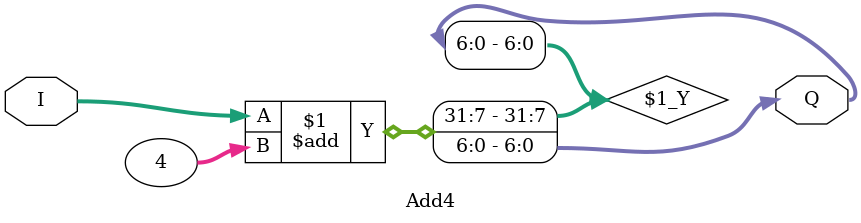
<source format=v>
module Add4(Q, I);
   parameter number = 7;
   input [number-1:0] I;
   output [number-1:0] Q;
   assign Q = I + 4;
endmodule // Add4

</source>
